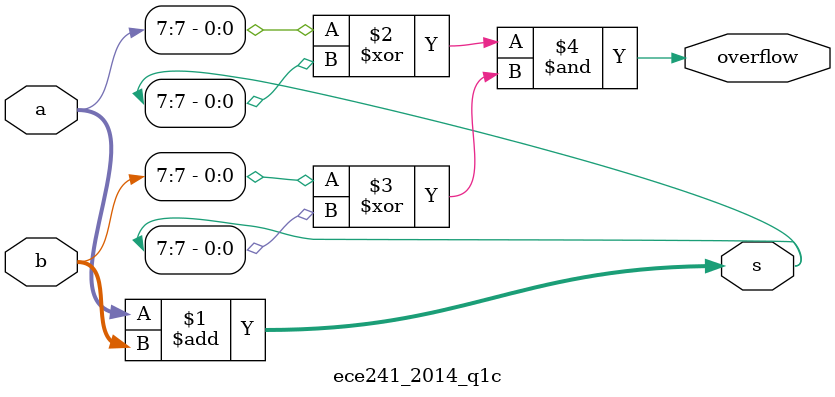
<source format=v>
module ece241_2014_q1c (
	input [7:0] a,
   input [7:0] b,
   output [7:0] s,
   output overflow
); 
	// compute the sum of two 8bit 2's complements numbers
	// detect if overflow has occurred
   assign s = a + b;
   assign overflow = (a[7] ^ s[7]) & (b[7] ^ s[7]);
    
endmodule

</source>
